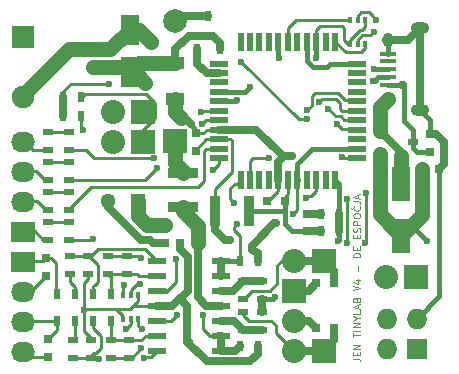
<source format=gbr>
G04 #@! TF.FileFunction,Copper,L1,Top,Signal*
%FSLAX46Y46*%
G04 Gerber Fmt 4.6, Leading zero omitted, Abs format (unit mm)*
G04 Created by KiCad (PCBNEW 4.0.1-stable) date 24/03/2016 3:42:33 PM*
%MOMM*%
G01*
G04 APERTURE LIST*
%ADD10C,0.100000*%
%ADD11R,0.800000X0.750000*%
%ADD12R,0.750000X0.800000*%
%ADD13C,1.300000*%
%ADD14R,1.300000X1.300000*%
%ADD15C,1.998980*%
%ADD16R,1.998980X1.998980*%
%ADD17R,1.600000X1.000000*%
%ADD18R,1.600000X0.560000*%
%ADD19R,0.560000X1.600000*%
%ADD20R,1.905000X1.905000*%
%ADD21C,1.905000*%
%ADD22R,0.900000X2.500000*%
%ADD23R,2.500000X0.900000*%
%ADD24R,2.032000X2.032000*%
%ADD25O,2.032000X2.032000*%
%ADD26R,1.350000X0.400000*%
%ADD27O,0.950000X1.250000*%
%ADD28O,1.550000X1.000000*%
%ADD29R,2.032000X1.727200*%
%ADD30O,2.032000X1.727200*%
%ADD31R,1.727200X1.727200*%
%ADD32O,1.727200X1.727200*%
%ADD33R,0.600000X0.900000*%
%ADD34R,0.900000X0.500000*%
%ADD35R,0.500000X0.900000*%
%ADD36R,0.900000X0.600000*%
%ADD37R,1.500000X0.600000*%
%ADD38R,0.304800X0.508000*%
%ADD39R,1.600200X2.999740*%
%ADD40R,1.600200X2.600960*%
%ADD41C,0.600000*%
%ADD42C,0.250000*%
%ADD43C,0.635000*%
%ADD44C,1.270000*%
%ADD45C,0.400000*%
G04 APERTURE END LIST*
D10*
X108411229Y-125110571D02*
X108839800Y-125110571D01*
X108925514Y-125139143D01*
X108982657Y-125196286D01*
X109011229Y-125282000D01*
X109011229Y-125339143D01*
X108696943Y-124824857D02*
X108696943Y-124624857D01*
X109011229Y-124539143D02*
X109011229Y-124824857D01*
X108411229Y-124824857D01*
X108411229Y-124539143D01*
X109011229Y-124282000D02*
X108411229Y-124282000D01*
X109011229Y-123939143D01*
X108411229Y-123939143D01*
X108411229Y-123282000D02*
X108411229Y-122939143D01*
X109011229Y-123110572D02*
X108411229Y-123110572D01*
X109011229Y-122739143D02*
X108411229Y-122739143D01*
X109011229Y-122453429D02*
X108411229Y-122453429D01*
X109011229Y-122110572D01*
X108411229Y-122110572D01*
X108725514Y-121710572D02*
X109011229Y-121710572D01*
X108411229Y-121910572D02*
X108725514Y-121710572D01*
X108411229Y-121510572D01*
X109011229Y-121024858D02*
X109011229Y-121310572D01*
X108411229Y-121310572D01*
X108839800Y-120853429D02*
X108839800Y-120567715D01*
X109011229Y-120910572D02*
X108411229Y-120710572D01*
X109011229Y-120510572D01*
X108696943Y-120110572D02*
X108725514Y-120024858D01*
X108754086Y-119996286D01*
X108811229Y-119967715D01*
X108896943Y-119967715D01*
X108954086Y-119996286D01*
X108982657Y-120024858D01*
X109011229Y-120082000D01*
X109011229Y-120310572D01*
X108411229Y-120310572D01*
X108411229Y-120110572D01*
X108439800Y-120053429D01*
X108468371Y-120024858D01*
X108525514Y-119996286D01*
X108582657Y-119996286D01*
X108639800Y-120024858D01*
X108668371Y-120053429D01*
X108696943Y-120110572D01*
X108696943Y-120310572D01*
X108411229Y-119339143D02*
X109011229Y-119139143D01*
X108411229Y-118939143D01*
X108611229Y-118482000D02*
X109011229Y-118482000D01*
X108382657Y-118624857D02*
X108811229Y-118767714D01*
X108811229Y-118396286D01*
X108782657Y-117710571D02*
X108782657Y-117253428D01*
X109011229Y-116510571D02*
X108411229Y-116510571D01*
X108411229Y-116367714D01*
X108439800Y-116281999D01*
X108496943Y-116224857D01*
X108554086Y-116196285D01*
X108668371Y-116167714D01*
X108754086Y-116167714D01*
X108868371Y-116196285D01*
X108925514Y-116224857D01*
X108982657Y-116281999D01*
X109011229Y-116367714D01*
X109011229Y-116510571D01*
X108696943Y-115910571D02*
X108696943Y-115710571D01*
X109011229Y-115624857D02*
X109011229Y-115910571D01*
X108411229Y-115910571D01*
X108411229Y-115624857D01*
X108696943Y-114910571D02*
X108696943Y-114710571D01*
X109011229Y-114624857D02*
X109011229Y-114910571D01*
X108411229Y-114910571D01*
X108411229Y-114624857D01*
X108982657Y-114396285D02*
X109011229Y-114310571D01*
X109011229Y-114167714D01*
X108982657Y-114110571D01*
X108954086Y-114082000D01*
X108896943Y-114053428D01*
X108839800Y-114053428D01*
X108782657Y-114082000D01*
X108754086Y-114110571D01*
X108725514Y-114167714D01*
X108696943Y-114282000D01*
X108668371Y-114339142D01*
X108639800Y-114367714D01*
X108582657Y-114396285D01*
X108525514Y-114396285D01*
X108468371Y-114367714D01*
X108439800Y-114339142D01*
X108411229Y-114282000D01*
X108411229Y-114139142D01*
X108439800Y-114053428D01*
X109011229Y-113796285D02*
X108411229Y-113796285D01*
X108411229Y-113567713D01*
X108439800Y-113510571D01*
X108468371Y-113481999D01*
X108525514Y-113453428D01*
X108611229Y-113453428D01*
X108668371Y-113481999D01*
X108696943Y-113510571D01*
X108725514Y-113567713D01*
X108725514Y-113796285D01*
X108411229Y-113081999D02*
X108411229Y-112967713D01*
X108439800Y-112910571D01*
X108496943Y-112853428D01*
X108611229Y-112824856D01*
X108811229Y-112824856D01*
X108925514Y-112853428D01*
X108982657Y-112910571D01*
X109011229Y-112967713D01*
X109011229Y-113081999D01*
X108982657Y-113139142D01*
X108925514Y-113196285D01*
X108811229Y-113224856D01*
X108611229Y-113224856D01*
X108496943Y-113196285D01*
X108439800Y-113139142D01*
X108411229Y-113081999D01*
X108954086Y-112224857D02*
X108982657Y-112253428D01*
X109011229Y-112339142D01*
X109011229Y-112396285D01*
X108982657Y-112482000D01*
X108925514Y-112539142D01*
X108868371Y-112567714D01*
X108754086Y-112596285D01*
X108668371Y-112596285D01*
X108554086Y-112567714D01*
X108496943Y-112539142D01*
X108439800Y-112482000D01*
X108411229Y-112396285D01*
X108411229Y-112339142D01*
X108439800Y-112253428D01*
X108468371Y-112224857D01*
X108268371Y-112482000D02*
X108182657Y-112367714D01*
X108268371Y-112253428D01*
X108411229Y-111796285D02*
X108839800Y-111796285D01*
X108925514Y-111824857D01*
X108982657Y-111882000D01*
X109011229Y-111967714D01*
X109011229Y-112024857D01*
X108839800Y-111539142D02*
X108839800Y-111253428D01*
X109011229Y-111596285D02*
X108411229Y-111396285D01*
X109011229Y-111196285D01*
D11*
X106795000Y-122555000D03*
X105295000Y-122555000D03*
X106795000Y-118745000D03*
X105295000Y-118745000D03*
D12*
X114887200Y-107633200D03*
X114887200Y-106133200D03*
D11*
X114213400Y-109029500D03*
X115713400Y-109029500D03*
D12*
X104521000Y-114351500D03*
X104521000Y-112851500D03*
D11*
X95238000Y-115316000D03*
X93738000Y-115316000D03*
X102604000Y-111760000D03*
X101104000Y-111760000D03*
D12*
X86360000Y-98945000D03*
X86360000Y-100445000D03*
X95059500Y-107557000D03*
X95059500Y-106057000D03*
X82423000Y-118098000D03*
X82423000Y-116598000D03*
X82550000Y-124956000D03*
X82550000Y-123456000D03*
D13*
X87670000Y-111760000D03*
D14*
X90170000Y-111760000D03*
D12*
X92456000Y-113804000D03*
X92456000Y-115304000D03*
D15*
X93342460Y-96520000D03*
D16*
X93342460Y-106680000D03*
D17*
X93345000Y-103100000D03*
X93345000Y-100100000D03*
D18*
X108720000Y-108140000D03*
X108720000Y-107340000D03*
X108720000Y-106540000D03*
X108720000Y-105740000D03*
X108720000Y-104940000D03*
X108720000Y-104140000D03*
X108720000Y-103340000D03*
X108720000Y-102540000D03*
X108720000Y-101740000D03*
X108720000Y-100940000D03*
X108720000Y-100140000D03*
D19*
X106870000Y-98290000D03*
X106070000Y-98290000D03*
X105270000Y-98290000D03*
X104470000Y-98290000D03*
X103670000Y-98290000D03*
X102870000Y-98290000D03*
X102070000Y-98290000D03*
X101270000Y-98290000D03*
X100470000Y-98290000D03*
X99670000Y-98290000D03*
X98870000Y-98290000D03*
D18*
X97020000Y-100140000D03*
X97020000Y-100940000D03*
X97020000Y-101740000D03*
X97020000Y-102540000D03*
X97020000Y-103340000D03*
X97020000Y-104140000D03*
X97020000Y-104940000D03*
X97020000Y-105740000D03*
X97020000Y-106540000D03*
X97020000Y-107340000D03*
X97020000Y-108140000D03*
D19*
X98870000Y-109990000D03*
X99670000Y-109990000D03*
X100470000Y-109990000D03*
X101270000Y-109990000D03*
X102070000Y-109990000D03*
X102870000Y-109990000D03*
X103670000Y-109990000D03*
X104470000Y-109990000D03*
X105270000Y-109990000D03*
X106070000Y-109990000D03*
X106870000Y-109990000D03*
D20*
X80444800Y-97917000D03*
D21*
X80444800Y-102997000D03*
D22*
X96721000Y-112649000D03*
X99621000Y-112649000D03*
D23*
X93980000Y-112321000D03*
X93980000Y-109421000D03*
D24*
X105918000Y-124460000D03*
D25*
X103378000Y-124460000D03*
D26*
X111340460Y-101910300D03*
X111340460Y-101260300D03*
X111340460Y-100610300D03*
X111340460Y-99960300D03*
X111340460Y-99310300D03*
D27*
X111340460Y-103110300D03*
X111340460Y-98110300D03*
D28*
X114040460Y-104110300D03*
X114040460Y-97110300D03*
D29*
X80444800Y-114427000D03*
D30*
X80444800Y-111887000D03*
X80444800Y-109347000D03*
X80444800Y-106807000D03*
D31*
X113795000Y-124307600D03*
D32*
X111255000Y-124307600D03*
X113795000Y-121767600D03*
X111255000Y-121767600D03*
D24*
X105918000Y-116840000D03*
D25*
X103378000Y-116840000D03*
D29*
X80444800Y-116967000D03*
D30*
X80444800Y-119507000D03*
X80444800Y-122047000D03*
X80444800Y-124587000D03*
D24*
X113706100Y-118224300D03*
D25*
X111166100Y-118224300D03*
D24*
X103378000Y-119380000D03*
D25*
X103378000Y-121920000D03*
D33*
X96139000Y-96136000D03*
X97089000Y-98936000D03*
X95189000Y-98936000D03*
D34*
X99060000Y-122670000D03*
X99060000Y-121170000D03*
X99060000Y-118566500D03*
X99060000Y-120066500D03*
X100647500Y-122670000D03*
X100647500Y-121170000D03*
X100647500Y-120066500D03*
X100647500Y-118566500D03*
D35*
X105676000Y-114300000D03*
X107176000Y-114300000D03*
X105676000Y-112903000D03*
X107176000Y-112903000D03*
D34*
X82550000Y-105930000D03*
X82550000Y-107430000D03*
X82550000Y-108470000D03*
X82550000Y-109970000D03*
X82550000Y-111010000D03*
X82550000Y-112510000D03*
X82550000Y-113550000D03*
X82550000Y-115050000D03*
X84328000Y-107430000D03*
X84328000Y-105930000D03*
X84328000Y-109970000D03*
X84328000Y-108470000D03*
X84328000Y-112510000D03*
X84328000Y-111010000D03*
X84328000Y-115050000D03*
X84328000Y-113550000D03*
X89395300Y-123570300D03*
X89395300Y-125070300D03*
X87871300Y-123570300D03*
X87871300Y-125070300D03*
X89281000Y-117971000D03*
X89281000Y-116471000D03*
X87630000Y-117971000D03*
X87630000Y-116471000D03*
D35*
X86372000Y-119634000D03*
X87872000Y-119634000D03*
X86372000Y-121920000D03*
X87872000Y-121920000D03*
X98818000Y-124079000D03*
X100318000Y-124079000D03*
D34*
X84455000Y-117971000D03*
X84455000Y-116471000D03*
X84709000Y-123583000D03*
X84709000Y-125083000D03*
D35*
X83324000Y-119634000D03*
X84824000Y-119634000D03*
X83324000Y-121920000D03*
X84824000Y-121920000D03*
X85332000Y-102946200D03*
X83832000Y-102946200D03*
X83832000Y-104546400D03*
X85332000Y-104546400D03*
X100318000Y-116840000D03*
X98818000Y-116840000D03*
D34*
X85979000Y-116471000D03*
X85979000Y-117971000D03*
X86233000Y-123583000D03*
X86233000Y-125083000D03*
D36*
X113464800Y-106807000D03*
X110664800Y-107757000D03*
X110664800Y-105857000D03*
D37*
X97213400Y-124485400D03*
X97213400Y-123215400D03*
X97213400Y-121945400D03*
X97213400Y-120675400D03*
X97213400Y-119405400D03*
X97213400Y-118135400D03*
X97213400Y-116865400D03*
X91813400Y-116865400D03*
X91813400Y-118135400D03*
X91813400Y-119405400D03*
X91813400Y-120675400D03*
X91813400Y-121945400D03*
X91813400Y-123215400D03*
X91813400Y-124485400D03*
D38*
X90195400Y-119710200D03*
X88925400Y-119710200D03*
X90195400Y-121742200D03*
X89560400Y-119710200D03*
X88925400Y-121742200D03*
X89560400Y-121742200D03*
X108140500Y-98488500D03*
X109410500Y-98488500D03*
X108140500Y-96456500D03*
X108775500Y-98488500D03*
X109410500Y-96456500D03*
X108775500Y-96456500D03*
D39*
X112448800Y-114696240D03*
X112448800Y-110296960D03*
D40*
X89535000Y-97259140D03*
X89535000Y-100860860D03*
D24*
X90604800Y-106807000D03*
D25*
X88064800Y-106807000D03*
D24*
X90604800Y-104267000D03*
D25*
X88064800Y-104267000D03*
D41*
X112588500Y-101955600D03*
X91328700Y-98298000D03*
X112464800Y-107982000D03*
X105123440Y-112872520D03*
X101886498Y-113662460D03*
X111623300Y-106781600D03*
X103261620Y-108000800D03*
X102108000Y-99631500D03*
X105283000Y-99631500D03*
X94488000Y-123698000D03*
X99822000Y-115887500D03*
X85623400Y-120980200D03*
X85572600Y-105791000D03*
X110670800Y-113271300D03*
X98008900Y-115062000D03*
X114645900Y-115150900D03*
X90805000Y-101757598D03*
X107462780Y-108071920D03*
X104455420Y-104861360D03*
X98918220Y-99969320D03*
X87691420Y-101833680D03*
X103342900Y-112852200D03*
X98542300Y-113715800D03*
X107020820Y-105272840D03*
X90376200Y-118778020D03*
X106304540Y-103946960D03*
X89202720Y-122577860D03*
X105524760Y-103398320D03*
X93401340Y-116707920D03*
X104518920Y-104061260D03*
X93508020Y-121406920D03*
X99685300Y-102095300D03*
X110061200Y-101574600D03*
X110200900Y-100622100D03*
X98580400Y-103251000D03*
X95504000Y-104203500D03*
X91503500Y-108140500D03*
X95567500Y-105283000D03*
X91821000Y-108966000D03*
X96500140Y-109118400D03*
X86357920Y-114985800D03*
X107914800Y-115332000D03*
X107889800Y-111582000D03*
X98314800Y-111907000D03*
X101289800Y-108132000D03*
X109514800Y-111107000D03*
X109439800Y-115332000D03*
X104397000Y-111544100D03*
X95697500Y-121462800D03*
X107124500Y-115125500D03*
X101790500Y-119888000D03*
X110378700Y-96428560D03*
X110134860Y-97434400D03*
X90500200Y-122605800D03*
X90474800Y-124256800D03*
X88976200Y-118872000D03*
X90449400Y-116586000D03*
X90678000Y-125095000D03*
X86918800Y-125120400D03*
D42*
X99060000Y-121170000D02*
X99060000Y-121412000D01*
X99060000Y-121412000D02*
X99568000Y-121920000D01*
X99568000Y-121920000D02*
X101473000Y-121920000D01*
X101473000Y-121920000D02*
X101854000Y-122301000D01*
X101854000Y-122301000D02*
X101854000Y-122936000D01*
X101854000Y-122936000D02*
X103378000Y-124460000D01*
D43*
X106795000Y-122555000D02*
X106795000Y-123583000D01*
X105918000Y-124460000D02*
X103378000Y-124460000D01*
X106795000Y-123583000D02*
X105918000Y-124460000D01*
X104660000Y-121920000D02*
X105295000Y-122555000D01*
X103378000Y-121920000D02*
X104660000Y-121920000D01*
D42*
X99060000Y-120066500D02*
X99135500Y-120066500D01*
X99135500Y-120066500D02*
X99822000Y-119380000D01*
X99822000Y-119380000D02*
X101346000Y-119380000D01*
X101346000Y-119380000D02*
X101981000Y-118745000D01*
X101981000Y-118745000D02*
X101981000Y-117221000D01*
X101981000Y-117221000D02*
X102362000Y-116840000D01*
X102362000Y-116840000D02*
X103378000Y-116840000D01*
D43*
X106795000Y-118745000D02*
X106795000Y-117717000D01*
X106795000Y-117717000D02*
X105918000Y-116840000D01*
X105918000Y-116840000D02*
X103378000Y-116840000D01*
X104660000Y-119380000D02*
X105295000Y-118745000D01*
X103378000Y-119380000D02*
X104660000Y-119380000D01*
X89535000Y-97259140D02*
X90289840Y-97259140D01*
D44*
X90289840Y-97259140D02*
X91328700Y-98298000D01*
D43*
X112543200Y-101910300D02*
X112530500Y-101910300D01*
X112588500Y-101955600D02*
X112543200Y-101910300D01*
D45*
X113464800Y-106807000D02*
X113464800Y-107315000D01*
X113783000Y-107633200D02*
X114887200Y-107633200D01*
X113464800Y-107315000D02*
X113783000Y-107633200D01*
X111340460Y-101910300D02*
X112530500Y-101910300D01*
X113464800Y-105765600D02*
X113464800Y-106807000D01*
X112677400Y-104978200D02*
X113464800Y-105765600D01*
X112677400Y-102057200D02*
X112677400Y-104978200D01*
X112530500Y-101910300D02*
X112677400Y-102057200D01*
D44*
X86360000Y-98945000D02*
X87849140Y-98945000D01*
X87849140Y-98945000D02*
X89535000Y-97259140D01*
X80391000Y-102870000D02*
X84316000Y-98945000D01*
X84316000Y-98945000D02*
X86360000Y-98945000D01*
X112448800Y-107982000D02*
X112448800Y-110296960D01*
X112464800Y-107982000D02*
X112448800Y-107982000D01*
D43*
X99822000Y-115887500D02*
X99822000Y-115547600D01*
X101707140Y-113662460D02*
X101886498Y-113662460D01*
X99822000Y-115547600D02*
X101707140Y-113662460D01*
X105123440Y-112872520D02*
X105123440Y-112851500D01*
X105123440Y-112851500D02*
X105123440Y-112872520D01*
X105123440Y-112872520D02*
X105123440Y-112851500D01*
X114040460Y-104110300D02*
X114040460Y-97110300D01*
X111340460Y-98110300D02*
X113040460Y-98110300D01*
X113040460Y-98110300D02*
X114040460Y-97110300D01*
X97020000Y-105740000D02*
X100182940Y-105740000D01*
X102443740Y-108000800D02*
X102507240Y-108000800D01*
X100182940Y-105740000D02*
X102443740Y-108000800D01*
X102070000Y-109990000D02*
X102070000Y-108438040D01*
X102070000Y-108438040D02*
X102507240Y-108000800D01*
X102507240Y-108000800D02*
X103261620Y-108000800D01*
X111623300Y-106781600D02*
X111606350Y-106798550D01*
X111606350Y-106798550D02*
X111623300Y-106781600D01*
X111623300Y-106781600D02*
X111623300Y-106815500D01*
D45*
X113795000Y-121767600D02*
X113795000Y-121742200D01*
X113795000Y-121742200D02*
X115713400Y-119823800D01*
X115713400Y-119823800D02*
X115713400Y-109029500D01*
D43*
X114887200Y-106133200D02*
X115458000Y-106133200D01*
X116119100Y-108623800D02*
X115713400Y-109029500D01*
X116119100Y-106794300D02*
X116119100Y-108623800D01*
X115458000Y-106133200D02*
X116119100Y-106794300D01*
X112448800Y-110296960D02*
X112448800Y-107641000D01*
X112448800Y-107641000D02*
X111623300Y-106815500D01*
X111623300Y-106815500D02*
X110664800Y-105857000D01*
D44*
X110664800Y-105857000D02*
X110664800Y-103785960D01*
X110664800Y-103785960D02*
X111340460Y-103110300D01*
D45*
X111340460Y-99310300D02*
X111340460Y-98110300D01*
X114887200Y-106133200D02*
X114887200Y-104957040D01*
X114887200Y-104957040D02*
X114040460Y-104110300D01*
D42*
X95059500Y-106057000D02*
X95695200Y-106057000D01*
X96012200Y-105740000D02*
X97020000Y-105740000D01*
X95695200Y-106057000D02*
X96012200Y-105740000D01*
D45*
X105270000Y-98290000D02*
X105270000Y-99618500D01*
X102070000Y-99593500D02*
X102070000Y-98290000D01*
X102108000Y-99631500D02*
X102070000Y-99593500D01*
X105270000Y-99618500D02*
X105283000Y-99631500D01*
D43*
X93738000Y-120003000D02*
X93801500Y-120003000D01*
X93738000Y-115836000D02*
X93738000Y-115316000D01*
X94402998Y-116500998D02*
X93738000Y-115836000D01*
X94402998Y-119401502D02*
X94402998Y-116500998D01*
X93801500Y-120003000D02*
X94402998Y-119401502D01*
D42*
X108140500Y-98488500D02*
X107950000Y-98488500D01*
X105270000Y-97295000D02*
X105270000Y-98290000D01*
X105600500Y-96964500D02*
X105270000Y-97295000D01*
X107442000Y-96964500D02*
X105600500Y-96964500D01*
X107632500Y-97155000D02*
X107442000Y-96964500D01*
X107632500Y-98171000D02*
X107632500Y-97155000D01*
X107950000Y-98488500D02*
X107632500Y-98171000D01*
X108140500Y-98488500D02*
X108140500Y-98107500D01*
X109410500Y-97028000D02*
X109410500Y-96456500D01*
X109156500Y-97282000D02*
X109410500Y-97028000D01*
X108966000Y-97282000D02*
X109156500Y-97282000D01*
X108140500Y-98107500D02*
X108966000Y-97282000D01*
X101104000Y-111760000D02*
X101219000Y-111760000D01*
X101219000Y-111760000D02*
X102070000Y-110909000D01*
X102070000Y-110909000D02*
X102070000Y-109990000D01*
X95059500Y-106057000D02*
X95059500Y-105918000D01*
X95059500Y-105918000D02*
X94742000Y-105600500D01*
D43*
X93789500Y-104711500D02*
X94107000Y-104711500D01*
X94107000Y-104711500D02*
X94678500Y-105283000D01*
D45*
X93853000Y-104711500D02*
X93789500Y-104711500D01*
X94107000Y-104711500D02*
X94678500Y-105283000D01*
D44*
X93345000Y-103100000D02*
X93345000Y-104203500D01*
X93345000Y-104203500D02*
X93853000Y-104711500D01*
D42*
X95059500Y-106057000D02*
X95059500Y-105664000D01*
X95059500Y-105664000D02*
X94678500Y-105283000D01*
X94678500Y-105283000D02*
X94107000Y-104711500D01*
X93853000Y-104711500D02*
X93345000Y-104203500D01*
D43*
X104521000Y-112851500D02*
X105123440Y-112851500D01*
X105123440Y-112851500D02*
X105624500Y-112851500D01*
X105624500Y-112851500D02*
X105676000Y-112903000D01*
X100318000Y-116840000D02*
X100318000Y-116193000D01*
X94488000Y-123698000D02*
X94361000Y-123698000D01*
X100318000Y-116193000D02*
X99822000Y-115887500D01*
X100318000Y-124079000D02*
X100318000Y-124726000D01*
X94361000Y-120626000D02*
X93738000Y-120003000D01*
X94361000Y-123698000D02*
X94361000Y-120626000D01*
X96012000Y-125349000D02*
X94361000Y-123698000D01*
X99695000Y-125349000D02*
X96012000Y-125349000D01*
X100318000Y-124726000D02*
X99695000Y-125349000D01*
X91813400Y-120675400D02*
X93065600Y-120675400D01*
X93065600Y-120675400D02*
X93738000Y-120003000D01*
D42*
X85332000Y-104546400D02*
X85332000Y-105550400D01*
X85623400Y-120980200D02*
X85623400Y-120954800D01*
X85332000Y-105550400D02*
X85572600Y-105791000D01*
X91813400Y-120675400D02*
X89738200Y-120675400D01*
X89712800Y-120700800D02*
X89712800Y-120726200D01*
X89738200Y-120675400D02*
X89712800Y-120700800D01*
X88366600Y-120954800D02*
X89484200Y-120954800D01*
X90195400Y-120243600D02*
X90195400Y-119710200D01*
X89484200Y-120954800D02*
X89712800Y-120726200D01*
X89712800Y-120726200D02*
X90195400Y-120243600D01*
X88925400Y-121742200D02*
X88925400Y-121513600D01*
X88925400Y-121513600D02*
X88366600Y-120954800D01*
X88366600Y-120954800D02*
X85623400Y-120954800D01*
X86233000Y-123367800D02*
X85623400Y-122758200D01*
X85979000Y-118338600D02*
X85979000Y-117971000D01*
X85623400Y-118694200D02*
X85979000Y-118338600D01*
X85623400Y-122758200D02*
X85623400Y-120954800D01*
X85623400Y-120954800D02*
X85623400Y-118694200D01*
X86233000Y-123583000D02*
X86233000Y-123367800D01*
D43*
X96721000Y-112649000D02*
X96721000Y-114231300D01*
X110664800Y-113265300D02*
X110664800Y-112912240D01*
X110670800Y-113271300D02*
X110664800Y-113265300D01*
X97551700Y-115062000D02*
X98008900Y-115062000D01*
X96721000Y-114231300D02*
X97551700Y-115062000D01*
D45*
X114645900Y-115150900D02*
X113364470Y-113869470D01*
X113364470Y-113869470D02*
X113364470Y-113780570D01*
D44*
X114213400Y-109029500D02*
X114213400Y-112931640D01*
X114213400Y-112931640D02*
X113364470Y-113780570D01*
X113364470Y-113780570D02*
X112448800Y-114696240D01*
X110664800Y-107757000D02*
X110664800Y-112912240D01*
X110664800Y-112912240D02*
X112448800Y-114696240D01*
D42*
X96721000Y-112649000D02*
X96721000Y-110797000D01*
X98031000Y-106540000D02*
X97020000Y-106540000D01*
X98171000Y-106680000D02*
X98031000Y-106540000D01*
X98171000Y-109347000D02*
X98171000Y-106680000D01*
X96721000Y-110797000D02*
X98171000Y-109347000D01*
X97020000Y-106540000D02*
X95961500Y-106540000D01*
X95961500Y-106540000D02*
X95059500Y-107442000D01*
X95059500Y-107442000D02*
X95059500Y-107557000D01*
D45*
X99621000Y-112649000D02*
X102604000Y-112649000D01*
X102604000Y-112649000D02*
X102362000Y-112649000D01*
X104521000Y-114351500D02*
X103239000Y-114351500D01*
X102604000Y-113716500D02*
X102604000Y-111760000D01*
X103239000Y-114351500D02*
X102604000Y-113716500D01*
D42*
X102604000Y-111760000D02*
X102604000Y-111454500D01*
X102604000Y-111454500D02*
X102870000Y-111188500D01*
X102870000Y-111188500D02*
X102870000Y-109990000D01*
X102362000Y-112649000D02*
X102604000Y-112407000D01*
X102604000Y-112407000D02*
X102604000Y-111760000D01*
D43*
X104521000Y-114351500D02*
X105624500Y-114351500D01*
X105624500Y-114351500D02*
X105676000Y-114300000D01*
X97213400Y-120675400D02*
X95973900Y-120675400D01*
X95238000Y-119939500D02*
X95238000Y-115316000D01*
X95973900Y-120675400D02*
X95238000Y-119939500D01*
D44*
X93980000Y-112321000D02*
X93980000Y-112649000D01*
X93980000Y-112649000D02*
X95238000Y-113907000D01*
X95238000Y-113907000D02*
X95238000Y-115316000D01*
D43*
X93345000Y-100100000D02*
X93345000Y-98933000D01*
X97089000Y-98359000D02*
X97089000Y-98936000D01*
X96520000Y-97790000D02*
X97089000Y-98359000D01*
X94488000Y-97790000D02*
X96520000Y-97790000D01*
X93345000Y-98933000D02*
X94488000Y-97790000D01*
D44*
X93345000Y-100100000D02*
X90295860Y-100100000D01*
X90295860Y-100100000D02*
X89535000Y-100860860D01*
X86360000Y-100445000D02*
X89119140Y-100445000D01*
X89119140Y-100445000D02*
X89535000Y-100860860D01*
D43*
X92456000Y-115304000D02*
X91428000Y-115304000D01*
X90424000Y-115062000D02*
X87670000Y-112308000D01*
X91186000Y-115062000D02*
X90424000Y-115062000D01*
X91428000Y-115304000D02*
X91186000Y-115062000D01*
X87670000Y-112308000D02*
X87670000Y-111760000D01*
D44*
X89535000Y-100860860D02*
X89908262Y-100860860D01*
X89908262Y-100860860D02*
X90805000Y-101757598D01*
D42*
X90170000Y-106172000D02*
X91592400Y-104749600D01*
X91592400Y-104749600D02*
X91592400Y-103454200D01*
X91592400Y-103454200D02*
X90855800Y-102717600D01*
X90855800Y-102717600D02*
X85699600Y-102717600D01*
X81141000Y-119380000D02*
X82423000Y-118098000D01*
X80010000Y-119380000D02*
X81141000Y-119380000D01*
X83286600Y-117041800D02*
X83286600Y-119596600D01*
X82842800Y-116598000D02*
X83286600Y-117041800D01*
X82423000Y-116598000D02*
X82842800Y-116598000D01*
X83286600Y-119596600D02*
X83324000Y-119634000D01*
X80010000Y-116840000D02*
X82181000Y-116840000D01*
X82181000Y-116840000D02*
X82423000Y-116598000D01*
X80010000Y-124460000D02*
X80797400Y-124460000D01*
X80797400Y-124460000D02*
X81293400Y-124956000D01*
X81293400Y-124956000D02*
X82550000Y-124956000D01*
X83324000Y-121920000D02*
X83324000Y-122682000D01*
X83324000Y-122682000D02*
X82550000Y-123456000D01*
X80010000Y-121920000D02*
X83324000Y-121920000D01*
X85699600Y-102717600D02*
X85471000Y-102946200D01*
X85471000Y-102946200D02*
X85332000Y-102946200D01*
D44*
X93980000Y-109421000D02*
X93980000Y-109220000D01*
X93980000Y-109220000D02*
X93342460Y-108582460D01*
X93342460Y-108582460D02*
X93342460Y-106680000D01*
X92456000Y-113804000D02*
X90944000Y-113804000D01*
X90170000Y-113030000D02*
X90170000Y-111760000D01*
X90944000Y-113804000D02*
X90170000Y-113030000D01*
D42*
X90170000Y-106680000D02*
X90170000Y-106172000D01*
D43*
X96139000Y-96136000D02*
X93726460Y-96136000D01*
X93726460Y-96136000D02*
X93342460Y-96520000D01*
D42*
X83832000Y-102946200D02*
X83832000Y-102482540D01*
X107530860Y-108140000D02*
X108720000Y-108140000D01*
X107462780Y-108071920D02*
X107530860Y-108140000D01*
X103810260Y-104861360D02*
X104455420Y-104861360D01*
X98918220Y-99969320D02*
X103810260Y-104861360D01*
X84480860Y-101833680D02*
X87691420Y-101833680D01*
X83832000Y-102482540D02*
X84480860Y-101833680D01*
D43*
X83832000Y-104546400D02*
X83832000Y-102946200D01*
D42*
X98818000Y-116840000D02*
X98818000Y-114740800D01*
X103673100Y-112522000D02*
X103673100Y-109993100D01*
X103342900Y-112852200D02*
X103673100Y-112522000D01*
X98288300Y-113969800D02*
X98542300Y-113715800D01*
X98288300Y-114211100D02*
X98288300Y-113969800D01*
X98818000Y-114740800D02*
X98288300Y-114211100D01*
X103673100Y-109993100D02*
X103670000Y-109990000D01*
D45*
X103670000Y-109990000D02*
X103670000Y-108610500D01*
X103670000Y-108610500D02*
X104940500Y-107340000D01*
X104940500Y-107340000D02*
X108720000Y-107340000D01*
X103695500Y-110015500D02*
X103670000Y-109990000D01*
X98818000Y-116840000D02*
X97238800Y-116840000D01*
X97238800Y-116840000D02*
X97213400Y-116865400D01*
D43*
X97213400Y-118135400D02*
X97213400Y-116865400D01*
D42*
X89560400Y-119710200D02*
X89560400Y-119311880D01*
X107422140Y-105674160D02*
X108654160Y-105674160D01*
X107020820Y-105272840D02*
X107422140Y-105674160D01*
X90094260Y-118778020D02*
X90376200Y-118778020D01*
X89560400Y-119311880D02*
X90094260Y-118778020D01*
X108654160Y-105674160D02*
X108720000Y-105740000D01*
X89560400Y-121742200D02*
X89560400Y-122220180D01*
X107645660Y-104902000D02*
X108682000Y-104902000D01*
X107361180Y-104617520D02*
X107645660Y-104902000D01*
X106975100Y-104617520D02*
X107361180Y-104617520D01*
X106304540Y-103946960D02*
X106975100Y-104617520D01*
X89560400Y-122220180D02*
X89202720Y-122577860D01*
X108682000Y-104902000D02*
X108720000Y-104940000D01*
X91813400Y-119405400D02*
X92613940Y-119405400D01*
X107432300Y-104140000D02*
X108720000Y-104140000D01*
X107307840Y-104015540D02*
X107432300Y-104140000D01*
X107307840Y-103489760D02*
X107307840Y-104015540D01*
X106952240Y-103134160D02*
X107307840Y-103489760D01*
X105788920Y-103134160D02*
X106952240Y-103134160D01*
X105524760Y-103398320D02*
X105788920Y-103134160D01*
X93401340Y-118618000D02*
X93401340Y-116707920D01*
X92613940Y-119405400D02*
X93401340Y-118618000D01*
D45*
X91813400Y-119405400D02*
X92557600Y-119405400D01*
D42*
X91813400Y-121945400D02*
X92969540Y-121945400D01*
X107742180Y-103220520D02*
X108600520Y-103220520D01*
X107122420Y-102600760D02*
X107742180Y-103220520D01*
X105204720Y-102600760D02*
X107122420Y-102600760D01*
X104882140Y-102923340D02*
X105204720Y-102600760D01*
X104882140Y-103698040D02*
X104882140Y-102923340D01*
X104518920Y-104061260D02*
X104882140Y-103698040D01*
X92969540Y-121945400D02*
X93508020Y-121406920D01*
X108600520Y-103220520D02*
X108720000Y-103340000D01*
D45*
X108694500Y-103314500D02*
X108720000Y-103340000D01*
X104470000Y-98290000D02*
X104470000Y-99898000D01*
X106425500Y-100140000D02*
X108720000Y-100140000D01*
X106172000Y-100393500D02*
X106425500Y-100140000D01*
X104965500Y-100393500D02*
X106172000Y-100393500D01*
X104470000Y-99898000D02*
X104965500Y-100393500D01*
D42*
X109410500Y-98488500D02*
X109410500Y-98806000D01*
X107767000Y-99187000D02*
X106870000Y-98290000D01*
X109029500Y-99187000D02*
X107767000Y-99187000D01*
X109410500Y-98806000D02*
X109029500Y-99187000D01*
X108140500Y-96456500D02*
X103568500Y-96456500D01*
X102870000Y-97155000D02*
X102870000Y-98290000D01*
X103568500Y-96456500D02*
X102870000Y-97155000D01*
D43*
X95189000Y-98936000D02*
X95189000Y-100142000D01*
X95987000Y-100940000D02*
X97020000Y-100940000D01*
X95189000Y-100142000D02*
X95987000Y-100940000D01*
D45*
X111340460Y-101260300D02*
X110540600Y-101260300D01*
X99240600Y-102540000D02*
X97020000Y-102540000D01*
X99685300Y-102095300D02*
X99240600Y-102540000D01*
X110226300Y-101574600D02*
X110061200Y-101574600D01*
X110540600Y-101260300D02*
X110226300Y-101574600D01*
X110212700Y-100610300D02*
X111340460Y-100610300D01*
X110200900Y-100622100D02*
X110212700Y-100610300D01*
X98491400Y-103340000D02*
X98580400Y-103251000D01*
X97020000Y-103340000D02*
X98491400Y-103340000D01*
D42*
X84328000Y-107430000D02*
X85776500Y-107430000D01*
X95567500Y-104140000D02*
X97020000Y-104140000D01*
X95504000Y-104203500D02*
X95567500Y-104140000D01*
X86487000Y-108140500D02*
X91503500Y-108140500D01*
X85776500Y-107430000D02*
X86487000Y-108140500D01*
X84328000Y-109970000D02*
X90817000Y-109970000D01*
X95910500Y-104940000D02*
X97020000Y-104940000D01*
X95567500Y-105283000D02*
X95910500Y-104940000D01*
X90817000Y-109970000D02*
X91821000Y-108966000D01*
X84328000Y-112510000D02*
X84328000Y-112452002D01*
X84328000Y-112452002D02*
X86226502Y-110553500D01*
X86226502Y-110553500D02*
X95250000Y-110553500D01*
X95250000Y-110553500D02*
X95758000Y-110045500D01*
X95758000Y-110045500D02*
X95758000Y-107505500D01*
X95758000Y-107505500D02*
X95923500Y-107340000D01*
X95923500Y-107340000D02*
X97020000Y-107340000D01*
X84328000Y-115050000D02*
X86293720Y-115050000D01*
X97020000Y-108598540D02*
X97020000Y-108140000D01*
X96500140Y-109118400D02*
X97020000Y-108598540D01*
X86293720Y-115050000D02*
X86357920Y-114985800D01*
X107914800Y-115332000D02*
X107889800Y-115307000D01*
X107889800Y-115307000D02*
X107889800Y-111582000D01*
X98314800Y-111907000D02*
X97989800Y-111582000D01*
X97989800Y-111582000D02*
X97989800Y-110707000D01*
X97989800Y-110707000D02*
X98389800Y-110307000D01*
X98389800Y-110307000D02*
X98553000Y-110307000D01*
X98553000Y-110307000D02*
X98870000Y-109990000D01*
X99670000Y-108401800D02*
X99670000Y-109990000D01*
X99914800Y-108157000D02*
X99670000Y-108401800D01*
X101264800Y-108157000D02*
X99914800Y-108157000D01*
X101289800Y-108132000D02*
X101264800Y-108157000D01*
X109514800Y-115257000D02*
X109514800Y-111107000D01*
X109439800Y-115332000D02*
X109514800Y-115257000D01*
X97213400Y-123215400D02*
X96281700Y-123215400D01*
X105270000Y-110899700D02*
X105270000Y-109990000D01*
X104841500Y-111328200D02*
X105270000Y-110899700D01*
X104612900Y-111328200D02*
X104841500Y-111328200D01*
X104397000Y-111544100D02*
X104612900Y-111328200D01*
X95697500Y-122631200D02*
X95697500Y-121462800D01*
X96281700Y-123215400D02*
X95697500Y-122631200D01*
D45*
X105283000Y-110003000D02*
X105270000Y-109990000D01*
X96997500Y-122999500D02*
X97213400Y-123215400D01*
D43*
X97213400Y-124485400D02*
X98411600Y-124485400D01*
X98411600Y-124485400D02*
X98818000Y-124079000D01*
X97213400Y-123215400D02*
X97213400Y-124485400D01*
D45*
X107176000Y-112903000D02*
X107176000Y-110296000D01*
X107176000Y-110296000D02*
X106870000Y-109990000D01*
X100647500Y-120066500D02*
X101612000Y-120066500D01*
X107176000Y-115074000D02*
X107176000Y-114300000D01*
X107124500Y-115125500D02*
X107176000Y-115074000D01*
X101612000Y-120066500D02*
X101790500Y-119888000D01*
D43*
X107176000Y-112903000D02*
X107176000Y-114300000D01*
X100647500Y-121170000D02*
X100647500Y-120066500D01*
D42*
X82550000Y-115050000D02*
X82182400Y-115050000D01*
X82182400Y-115050000D02*
X81432400Y-114300000D01*
X81432400Y-114300000D02*
X80010000Y-114300000D01*
X82550000Y-112510000D02*
X82385600Y-112510000D01*
X82385600Y-112510000D02*
X81635600Y-111760000D01*
X81635600Y-111760000D02*
X80010000Y-111760000D01*
X82550000Y-109970000D02*
X82309400Y-109970000D01*
X82309400Y-109970000D02*
X81559400Y-109220000D01*
X81559400Y-109220000D02*
X80010000Y-109220000D01*
X82550000Y-107430000D02*
X81318800Y-107430000D01*
X81318800Y-107430000D02*
X80568800Y-106680000D01*
X80568800Y-106680000D02*
X80010000Y-106680000D01*
X108775500Y-96096280D02*
X108775500Y-96456500D01*
X109083300Y-95788480D02*
X108775500Y-96096280D01*
X109784340Y-95788480D02*
X109083300Y-95788480D01*
X109982460Y-95986600D02*
X109784340Y-95788480D01*
X109982460Y-96032320D02*
X109982460Y-95986600D01*
X110378700Y-96428560D02*
X109982460Y-96032320D01*
X108775500Y-98108898D02*
X108775500Y-98488500D01*
X109129958Y-97754440D02*
X108775500Y-98108898D01*
X109814820Y-97754440D02*
X109129958Y-97754440D01*
X110134860Y-97434400D02*
X109814820Y-97754440D01*
D43*
X99060000Y-122670000D02*
X100647500Y-122670000D01*
X97213400Y-121945400D02*
X98335400Y-121945400D01*
X98335400Y-121945400D02*
X99060000Y-122670000D01*
X97213400Y-119405400D02*
X98221100Y-119405400D01*
X98221100Y-119405400D02*
X99060000Y-118566500D01*
X100647500Y-118566500D02*
X99060000Y-118566500D01*
D42*
X82550000Y-105930000D02*
X84328000Y-105930000D01*
X82550000Y-108470000D02*
X84328000Y-108470000D01*
X82550000Y-111010000D02*
X84328000Y-111010000D01*
X82550000Y-113550000D02*
X84328000Y-113550000D01*
X89395300Y-123570300D02*
X90475500Y-123570300D01*
X90830400Y-123215400D02*
X91813400Y-123215400D01*
X90475500Y-123570300D02*
X90830400Y-123215400D01*
X87871300Y-123570300D02*
X87871300Y-121920700D01*
X87871300Y-121920700D02*
X87872000Y-121920000D01*
X87871300Y-123570300D02*
X89395300Y-123570300D01*
X89395300Y-125070300D02*
X89661300Y-125070300D01*
X89661300Y-125070300D02*
X90474800Y-124256800D01*
X90220800Y-122326400D02*
X90220800Y-121767600D01*
X90500200Y-122605800D02*
X90220800Y-122326400D01*
X90220800Y-121767600D02*
X90195400Y-121742200D01*
X87871300Y-125070300D02*
X89395300Y-125070300D01*
X91813400Y-118135400D02*
X90271600Y-118135400D01*
X90107200Y-117971000D02*
X89281000Y-117971000D01*
X90271600Y-118135400D02*
X90107200Y-117971000D01*
X87872000Y-119634000D02*
X87872000Y-118213000D01*
X87872000Y-118213000D02*
X87630000Y-117971000D01*
X87630000Y-117971000D02*
X89281000Y-117971000D01*
X89281000Y-116471000D02*
X90334400Y-116471000D01*
X88925400Y-118922800D02*
X88925400Y-119710200D01*
X88976200Y-118872000D02*
X88925400Y-118922800D01*
X90334400Y-116471000D02*
X90449400Y-116586000D01*
X87630000Y-116471000D02*
X89281000Y-116471000D01*
X85979000Y-116471000D02*
X86195600Y-116471000D01*
X86195600Y-116471000D02*
X86817200Y-115849400D01*
X90805000Y-115849400D02*
X91813400Y-116857800D01*
X86817200Y-115849400D02*
X90805000Y-115849400D01*
X91813400Y-116857800D02*
X91813400Y-116865400D01*
X85979000Y-116471000D02*
X86067200Y-116471000D01*
X86067200Y-116471000D02*
X86791800Y-117195600D01*
X86372000Y-119012400D02*
X86372000Y-119634000D01*
X86512400Y-118872000D02*
X86372000Y-119012400D01*
X86537800Y-118872000D02*
X86512400Y-118872000D01*
X86791800Y-118618000D02*
X86537800Y-118872000D01*
X86791800Y-117195600D02*
X86791800Y-118618000D01*
X84455000Y-116471000D02*
X85979000Y-116471000D01*
X86233000Y-125083000D02*
X86881400Y-125083000D01*
X91305400Y-124993400D02*
X91813400Y-124485400D01*
X90779600Y-124993400D02*
X91305400Y-124993400D01*
X90678000Y-125095000D02*
X90779600Y-124993400D01*
X86881400Y-125083000D02*
X86918800Y-125120400D01*
X86372000Y-121920000D02*
X86372000Y-122516200D01*
X86233000Y-124815600D02*
X86233000Y-125083000D01*
X86436200Y-124612400D02*
X86233000Y-124815600D01*
X86614000Y-124612400D02*
X86436200Y-124612400D01*
X87045800Y-124180600D02*
X86791800Y-124434600D01*
X86791800Y-124434600D02*
X86614000Y-124612400D01*
X87045800Y-123190000D02*
X87045800Y-124180600D01*
X86372000Y-122516200D02*
X87045800Y-123190000D01*
X84709000Y-125083000D02*
X86233000Y-125083000D01*
X84824000Y-119634000D02*
X84824000Y-119037800D01*
X84455000Y-118668800D02*
X84455000Y-117971000D01*
X84824000Y-119037800D02*
X84455000Y-118668800D01*
X84824000Y-121920000D02*
X84824000Y-123468000D01*
X84824000Y-123468000D02*
X84709000Y-123583000D01*
M02*

</source>
